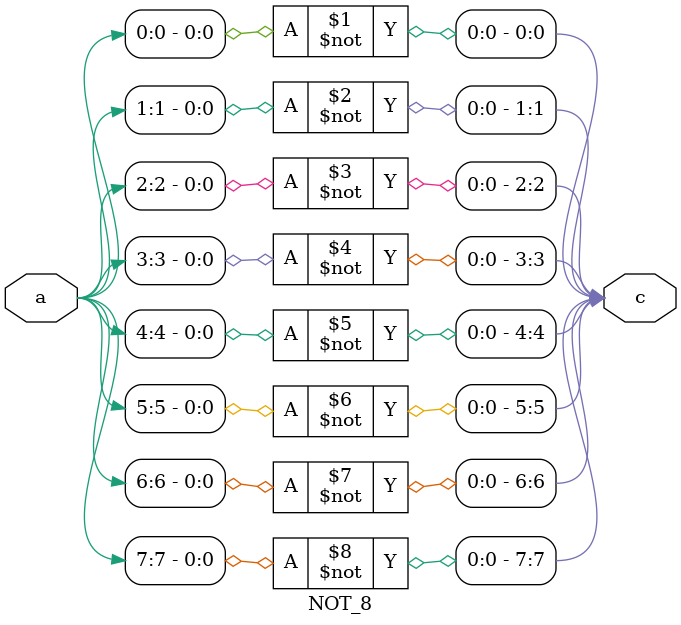
<source format=v>
`timescale 1ns / 1ps

module NOT_8(
input [7:0] a,
		output [7:0] c
    );
not a0(c[0],a[0]);
not a1(c[1],a[1]);
not a2(c[2],a[2]);
not a3(c[3],a[3]);
not a4(c[4],a[4]);
not a5(c[5],a[5]);
not a6(c[6],a[6]);
not a7(c[7],a[7]);
endmodule

</source>
